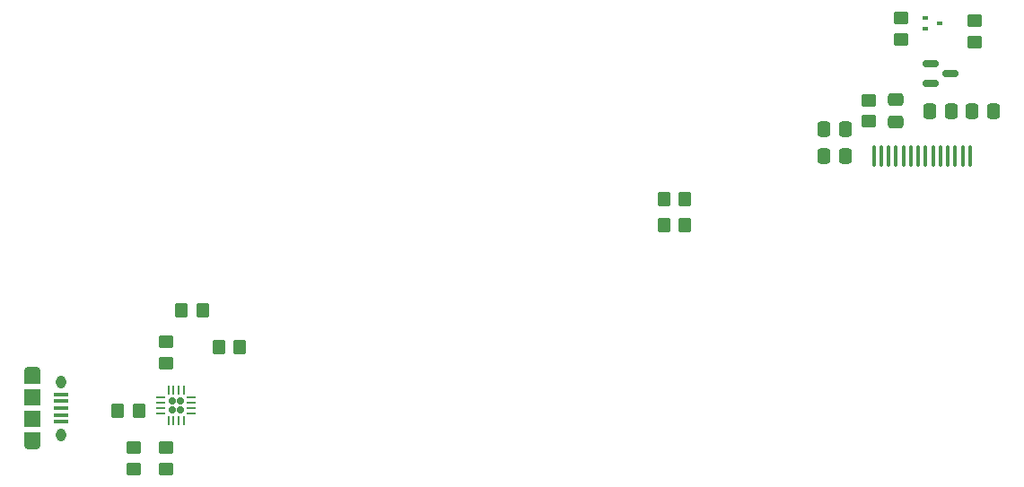
<source format=gbr>
%TF.GenerationSoftware,KiCad,Pcbnew,(6.0.4)*%
%TF.CreationDate,2022-11-18T09:58:05-05:00*%
%TF.ProjectId,NFFPCB,4e464650-4342-42e6-9b69-6361645f7063,rev?*%
%TF.SameCoordinates,Original*%
%TF.FileFunction,Paste,Top*%
%TF.FilePolarity,Positive*%
%FSLAX46Y46*%
G04 Gerber Fmt 4.6, Leading zero omitted, Abs format (unit mm)*
G04 Created by KiCad (PCBNEW (6.0.4)) date 2022-11-18 09:58:05*
%MOMM*%
%LPD*%
G01*
G04 APERTURE LIST*
G04 Aperture macros list*
%AMRoundRect*
0 Rectangle with rounded corners*
0 $1 Rounding radius*
0 $2 $3 $4 $5 $6 $7 $8 $9 X,Y pos of 4 corners*
0 Add a 4 corners polygon primitive as box body*
4,1,4,$2,$3,$4,$5,$6,$7,$8,$9,$2,$3,0*
0 Add four circle primitives for the rounded corners*
1,1,$1+$1,$2,$3*
1,1,$1+$1,$4,$5*
1,1,$1+$1,$6,$7*
1,1,$1+$1,$8,$9*
0 Add four rect primitives between the rounded corners*
20,1,$1+$1,$2,$3,$4,$5,0*
20,1,$1+$1,$4,$5,$6,$7,0*
20,1,$1+$1,$6,$7,$8,$9,0*
20,1,$1+$1,$8,$9,$2,$3,0*%
G04 Aperture macros list end*
%ADD10RoundRect,0.250000X-0.350000X-0.450000X0.350000X-0.450000X0.350000X0.450000X-0.350000X0.450000X0*%
%ADD11RoundRect,0.160000X0.160000X-0.160000X0.160000X0.160000X-0.160000X0.160000X-0.160000X-0.160000X0*%
%ADD12RoundRect,0.062500X0.062500X-0.375000X0.062500X0.375000X-0.062500X0.375000X-0.062500X-0.375000X0*%
%ADD13RoundRect,0.062500X0.375000X-0.062500X0.375000X0.062500X-0.375000X0.062500X-0.375000X-0.062500X0*%
%ADD14RoundRect,0.250000X0.337500X0.475000X-0.337500X0.475000X-0.337500X-0.475000X0.337500X-0.475000X0*%
%ADD15R,0.510000X0.400000*%
%ADD16O,0.950000X1.250000*%
%ADD17O,1.550000X0.890000*%
%ADD18R,1.350000X0.400000*%
%ADD19R,1.550000X1.500000*%
%ADD20R,1.550000X1.200000*%
%ADD21RoundRect,0.250000X0.450000X-0.350000X0.450000X0.350000X-0.450000X0.350000X-0.450000X-0.350000X0*%
%ADD22RoundRect,0.250000X0.475000X-0.337500X0.475000X0.337500X-0.475000X0.337500X-0.475000X-0.337500X0*%
%ADD23RoundRect,0.087500X-0.087500X-0.912500X0.087500X-0.912500X0.087500X0.912500X-0.087500X0.912500X0*%
%ADD24RoundRect,0.150000X-0.587500X-0.150000X0.587500X-0.150000X0.587500X0.150000X-0.587500X0.150000X0*%
%ADD25RoundRect,0.250000X-0.450000X0.350000X-0.450000X-0.350000X0.450000X-0.350000X0.450000X0.350000X0*%
G04 APERTURE END LIST*
D10*
%TO.C,R8*%
X72000000Y-72500000D03*
X74000000Y-72500000D03*
%TD*%
D11*
%TO.C,U4*%
X68400000Y-78400000D03*
X67600000Y-78400000D03*
X68400000Y-77600000D03*
X67600000Y-77600000D03*
D12*
X67250000Y-79437500D03*
X67750000Y-79437500D03*
X68250000Y-79437500D03*
X68750000Y-79437500D03*
D13*
X69437500Y-78750000D03*
X69437500Y-78250000D03*
X69437500Y-77750000D03*
X69437500Y-77250000D03*
D12*
X68750000Y-76562500D03*
X68250000Y-76562500D03*
X67750000Y-76562500D03*
X67250000Y-76562500D03*
D13*
X66562500Y-77250000D03*
X66562500Y-77750000D03*
X66562500Y-78250000D03*
X66562500Y-78750000D03*
%TD*%
D14*
%TO.C,C1*%
X145137500Y-50191000D03*
X143062500Y-50191000D03*
%TD*%
%TO.C,C4*%
X131137500Y-51925000D03*
X129062500Y-51925000D03*
%TD*%
D15*
%TO.C,Q1*%
X138705000Y-41425000D03*
X138705000Y-42425000D03*
X139995000Y-41925000D03*
%TD*%
D10*
%TO.C,R7*%
X68500000Y-69000000D03*
X70500000Y-69000000D03*
%TD*%
D16*
%TO.C,J1*%
X57150000Y-80750000D03*
X57150000Y-75750000D03*
D17*
X54450000Y-81750000D03*
X54450000Y-74750000D03*
D18*
X57150000Y-76950000D03*
X57150000Y-77600000D03*
X57150000Y-78250000D03*
X57150000Y-78900000D03*
X57150000Y-79550000D03*
D19*
X54450000Y-77250000D03*
D20*
X54450000Y-81150000D03*
X54450000Y-75350000D03*
D19*
X54450000Y-79250000D03*
%TD*%
D21*
%TO.C,R10*%
X143350000Y-43675000D03*
X143350000Y-41675000D03*
%TD*%
D14*
%TO.C,C5*%
X131137500Y-54425000D03*
X129062500Y-54425000D03*
%TD*%
D10*
%TO.C,R1*%
X62500000Y-78500000D03*
X64500000Y-78500000D03*
%TD*%
D21*
%TO.C,R3*%
X64000000Y-84000000D03*
X64000000Y-82000000D03*
%TD*%
D22*
%TO.C,C2*%
X135850000Y-51212500D03*
X135850000Y-49137500D03*
%TD*%
D21*
%TO.C,R11*%
X133350000Y-51175000D03*
X133350000Y-49175000D03*
%TD*%
D23*
%TO.C,U6*%
X142900000Y-54425000D03*
X142200000Y-54425000D03*
X141500000Y-54425000D03*
X140800000Y-54425000D03*
X140100000Y-54425000D03*
X139400000Y-54425000D03*
X138700000Y-54425000D03*
X138000000Y-54425000D03*
X137300000Y-54425000D03*
X136600000Y-54430128D03*
X135900000Y-54425000D03*
X135200000Y-54425000D03*
X134500000Y-54430128D03*
X133800000Y-54425000D03*
%TD*%
D21*
%TO.C,R5*%
X67000000Y-84000000D03*
X67000000Y-82000000D03*
%TD*%
D10*
%TO.C,R4*%
X114000000Y-58500000D03*
X116000000Y-58500000D03*
%TD*%
D21*
%TO.C,R9*%
X136350000Y-43425000D03*
X136350000Y-41425000D03*
%TD*%
D14*
%TO.C,C3*%
X141137500Y-50191000D03*
X139062500Y-50191000D03*
%TD*%
D10*
%TO.C,R6*%
X114000000Y-61000000D03*
X116000000Y-61000000D03*
%TD*%
D24*
%TO.C,Q2*%
X139162500Y-45725000D03*
X139162500Y-47625000D03*
X141037500Y-46675000D03*
%TD*%
D25*
%TO.C,R2*%
X67000000Y-72000000D03*
X67000000Y-74000000D03*
%TD*%
M02*

</source>
